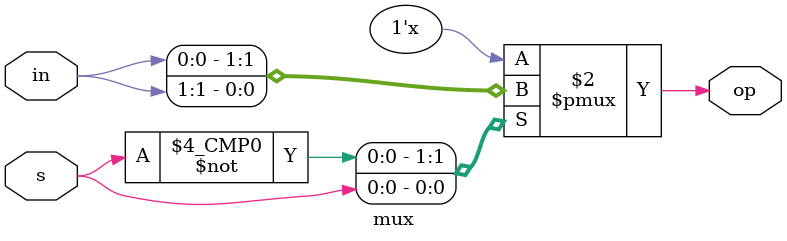
<source format=v>
`timescale 1ns / 1ps


module mux(in,s,op);
input [1:0] in;
input s;
output reg op;
always @(s)
    case(s)
         0: op=in[0];
         1: op=in[1];  
    endcase
endmodule

</source>
